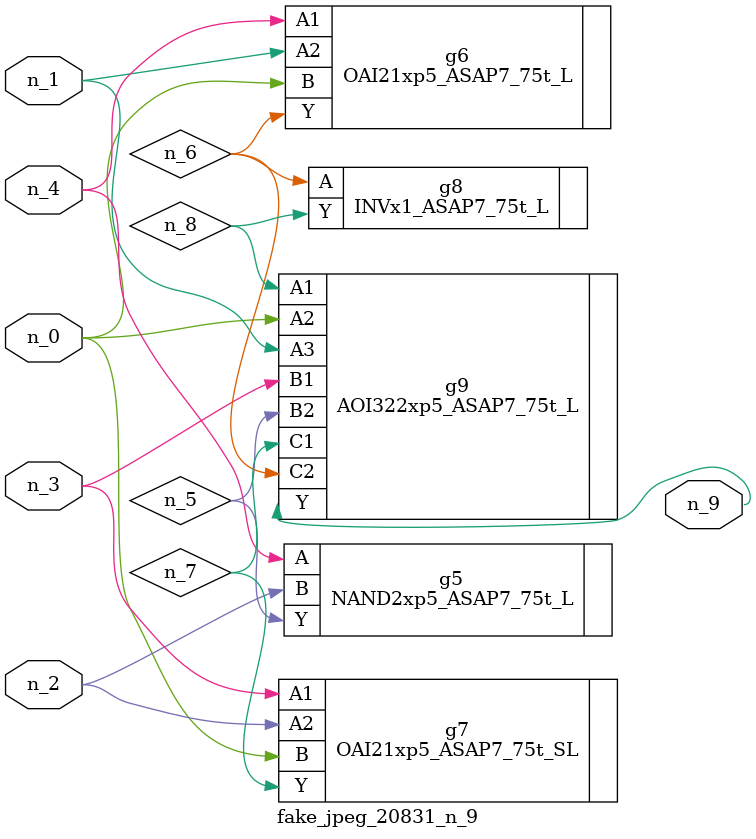
<source format=v>
module fake_jpeg_20831_n_9 (n_3, n_2, n_1, n_0, n_4, n_9);

input n_3;
input n_2;
input n_1;
input n_0;
input n_4;

output n_9;

wire n_8;
wire n_6;
wire n_5;
wire n_7;

NAND2xp5_ASAP7_75t_L g5 ( 
.A(n_4),
.B(n_2),
.Y(n_5)
);

OAI21xp5_ASAP7_75t_L g6 ( 
.A1(n_4),
.A2(n_1),
.B(n_0),
.Y(n_6)
);

OAI21xp5_ASAP7_75t_SL g7 ( 
.A1(n_3),
.A2(n_2),
.B(n_0),
.Y(n_7)
);

INVx1_ASAP7_75t_L g8 ( 
.A(n_6),
.Y(n_8)
);

AOI322xp5_ASAP7_75t_L g9 ( 
.A1(n_8),
.A2(n_0),
.A3(n_1),
.B1(n_3),
.B2(n_5),
.C1(n_7),
.C2(n_6),
.Y(n_9)
);


endmodule
</source>
